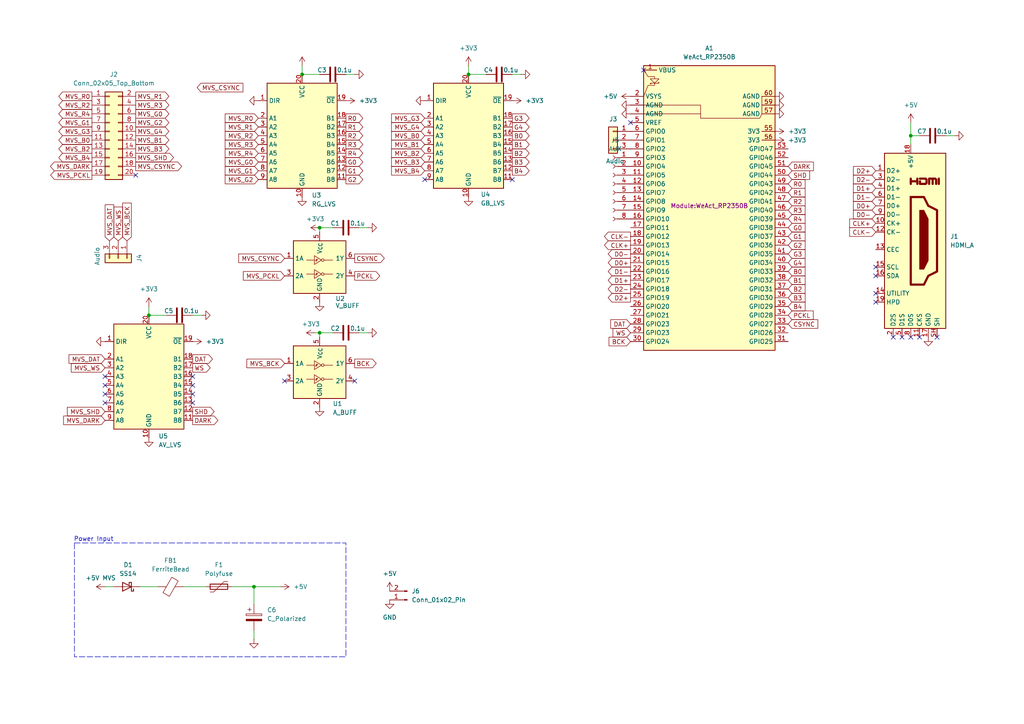
<source format=kicad_sch>
(kicad_sch (version 20250114) (generator "eeschema") (generator_version "9.0")
  (paper "A4")
  (title_block (title "NeoPico HD") (date "2025-12-31") (rev "0.0.1") (company "https://www.github.com/fliperama86/neopico-hd"))
  (lib_symbols
    (symbol "+5V_1" (power) (pin_numbers (hide yes)) (pin_names (offset 0) (hide yes))
      (property "Value" "+5V" (at 0 3.556 0))
      (symbol "+5V_1_1_1"
        (pin power_in line (at 0 0 90) (length 0) (name "~") (number "1"))
      )
    )
    (symbol "74xGxx:SN74LVC2G14DBV"
      (property "Reference" "U" (at 2.54 12.7 0))
      (property "Value" "SN74LVC2G14DBV" (at 2.54 10.16 0))
      (symbol "SN74LVC2G14DBV_1_1"
        (pin input line (at -10.16 2.54 0) (length 2.54) (name "1A") (number "1"))
        (pin input line (at -10.16 -2.54 0) (length 2.54) (name "2A") (number "3"))
        (pin power_in line (at 0 10.16 270) (length 2.54) (name "V_{CC}") (number "5"))
        (pin power_in line (at 0 -10.16 90) (length 2.54) (name "GND") (number "2"))
        (pin output line (at 10.16 2.54 180) (length 2.54) (name "1Y") (number "6"))
        (pin output line (at 10.16 -2.54 180) (length 2.54) (name "2Y") (number "4"))
      )
    )
    (symbol "Connector:Conn_01x02_Pin" (pin_names (offset 1.016) (hide yes))
      (property "Reference" "J" (at 0 2.54 0))
      (property "Value" "Conn_01x02_Pin" (at 0 -5.08 0))
      (symbol "Conn_01x02_Pin_1_1"
        (pin passive line (at 5.08 0 180) (length 3.81) (name "Pin_1") (number "1"))
        (pin passive line (at 5.08 -2.54 180) (length 3.81) (name "Pin_2") (number "2"))
      )
    )
    (symbol "Connector:Conn_01x08_Socket" (pin_names (offset 1.016) (hide yes))
      (property "Reference" "J" (at 0 10.16 0))
      (property "Value" "Conn_01x08_Socket" (at 0 -12.7 0))
      (symbol "Conn_01x08_Socket_1_1"
        (pin passive line (at -5.08 7.62 0) (length 3.81) (name "Pin_1") (number "1"))
        (pin passive line (at -5.08 5.08 0) (length 3.81) (name "Pin_2") (number "2"))
        (pin passive line (at -5.08 2.54 0) (length 3.81) (name "Pin_3") (number "3"))
        (pin passive line (at -5.08 0 0) (length 3.81) (name "Pin_4") (number "4"))
        (pin passive line (at -5.08 -2.54 0) (length 3.81) (name "Pin_5") (number "5"))
        (pin passive line (at -5.08 -5.08 0) (length 3.81) (name "Pin_6") (number "6"))
        (pin passive line (at -5.08 -7.62 0) (length 3.81) (name "Pin_7") (number "7"))
        (pin passive line (at -5.08 -10.16 0) (length 3.81) (name "Pin_8") (number "8"))
      )
    )
    (symbol "Connector:HDMI_A"
      (property "Reference" "J" (at -6.35 26.67 0))
      (property "Value" "HDMI_A" (at 10.16 26.67 0))
      (symbol "HDMI_A_1_1"
        (pin passive line (at -10.16 20.32 0) (length 2.54) (name "D2+") (number "1"))
        (pin passive line (at -10.16 17.78 0) (length 2.54) (name "D2-") (number "3"))
        (pin passive line (at -10.16 15.24 0) (length 2.54) (name "D1+") (number "4"))
        (pin passive line (at -10.16 12.7 0) (length 2.54) (name "D1-") (number "6"))
        (pin passive line (at -10.16 10.16 0) (length 2.54) (name "D0+") (number "7"))
        (pin passive line (at -10.16 7.62 0) (length 2.54) (name "D0-") (number "9"))
        (pin passive line (at -10.16 5.08 0) (length 2.54) (name "CK+") (number "10"))
        (pin passive line (at -10.16 2.54 0) (length 2.54) (name "CK-") (number "12"))
        (pin bidirectional line (at -10.16 -2.54 0) (length 2.54) (name "CEC") (number "13"))
        (pin passive line (at -10.16 -7.62 0) (length 2.54) (name "SCL") (number "15"))
        (pin bidirectional line (at -10.16 -10.16 0) (length 2.54) (name "SDA") (number "16"))
        (pin passive line (at -10.16 -15.24 0) (length 2.54) (name "UTILITY") (number "14"))
        (pin passive line (at -10.16 -17.78 0) (length 2.54) (name "HPD") (number "19"))
        (pin power_in line (at -5.08 -27.94 90) (length 2.54) (name "D2S") (number "2"))
        (pin power_in line (at -2.54 -27.94 90) (length 2.54) (name "D1S") (number "5"))
        (pin power_in line (at 0 27.94 270) (length 2.54) (name "+5V") (number "18"))
        (pin power_in line (at 0 -27.94 90) (length 2.54) (name "D0S") (number "8"))
        (pin power_in line (at 2.54 -27.94 90) (length 2.54) (name "CKS") (number "11"))
        (pin power_in line (at 5.08 -27.94 90) (length 2.54) (name "GND") (number "17"))
        (pin passive line (at 7.62 -27.94 90) (length 2.54) (name "SH") (number "SH"))
      )
    )
    (symbol "Connector_Generic:Conn_01x03" (pin_names (offset 1.016) (hide yes))
      (property "Reference" "J" (at 0 5.08 0))
      (property "Value" "Conn_01x03" (at 0 -5.08 0))
      (symbol "Conn_01x03_1_1"
        (pin passive line (at -5.08 2.54 0) (length 3.81) (name "Pin_1") (number "1"))
        (pin passive line (at -5.08 0 0) (length 3.81) (name "Pin_2") (number "2"))
        (pin passive line (at -5.08 -2.54 0) (length 3.81) (name "Pin_3") (number "3"))
      )
    )
    (symbol "Connector_Generic:Conn_02x10_Odd_Even" (pin_names (offset 1.016) (hide yes))
      (property "Reference" "J" (at 1.27 12.7 0))
      (property "Value" "Conn_02x10_Odd_Even" (at 1.27 -15.24 0))
      (symbol "Conn_02x10_Odd_Even_1_1"
        (pin passive line (at -5.08 10.16 0) (length 3.81) (name "Pin_1") (number "1"))
        (pin passive line (at -5.08 7.62 0) (length 3.81) (name "Pin_3") (number "3"))
        (pin passive line (at -5.08 5.08 0) (length 3.81) (name "Pin_5") (number "5"))
        (pin passive line (at -5.08 2.54 0) (length 3.81) (name "Pin_7") (number "7"))
        (pin passive line (at -5.08 0 0) (length 3.81) (name "Pin_9") (number "9"))
        (pin passive line (at -5.08 -2.54 0) (length 3.81) (name "Pin_11") (number "11"))
        (pin passive line (at -5.08 -5.08 0) (length 3.81) (name "Pin_13") (number "13"))
        (pin passive line (at -5.08 -7.62 0) (length 3.81) (name "Pin_15") (number "15"))
        (pin passive line (at -5.08 -10.16 0) (length 3.81) (name "Pin_17") (number "17"))
        (pin passive line (at -5.08 -12.7 0) (length 3.81) (name "Pin_19") (number "19"))
        (pin passive line (at 7.62 10.16 180) (length 3.81) (name "Pin_2") (number "2"))
        (pin passive line (at 7.62 7.62 180) (length 3.81) (name "Pin_4") (number "4"))
        (pin passive line (at 7.62 5.08 180) (length 3.81) (name "Pin_6") (number "6"))
        (pin passive line (at 7.62 2.54 180) (length 3.81) (name "Pin_8") (number "8"))
        (pin passive line (at 7.62 0 180) (length 3.81) (name "Pin_10") (number "10"))
        (pin passive line (at 7.62 -2.54 180) (length 3.81) (name "Pin_12") (number "12"))
        (pin passive line (at 7.62 -5.08 180) (length 3.81) (name "Pin_14") (number "14"))
        (pin passive line (at 7.62 -7.62 180) (length 3.81) (name "Pin_16") (number "16"))
        (pin passive line (at 7.62 -10.16 180) (length 3.81) (name "Pin_18") (number "18"))
        (pin passive line (at 7.62 -12.7 180) (length 3.81) (name "Pin_20") (number "20"))
      )
    )
    (symbol "Device:C" (pin_numbers (hide yes)) (pin_names (offset 0.254))
      (property "Reference" "C" (at 0.635 2.54 0))
      (property "Value" "C" (at 0.635 -2.54 0))
      (symbol "C_1_1"
        (pin passive line (at 0 3.81 270) (length 2.794) (name "~") (number "1"))
        (pin passive line (at 0 -3.81 90) (length 2.794) (name "~") (number "2"))
      )
    )
    (symbol "Device:C_Polarized" (pin_numbers (hide yes)) (pin_names (offset 0.254))
      (property "Reference" "C" (at 0.635 2.54 0))
      (property "Value" "C_Polarized" (at 0.635 -2.54 0))
      (symbol "C_Polarized_1_1"
        (pin passive line (at 0 3.81 270) (length 2.794) (name "~") (number "1"))
        (pin passive line (at 0 -3.81 90) (length 2.794) (name "~") (number "2"))
      )
    )
    (symbol "Device:FerriteBead" (pin_numbers (hide yes)) (pin_names (offset 0))
      (property "Reference" "FB" (at -3.81 0.635 90))
      (property "Value" "FerriteBead" (at 3.81 0 90))
      (symbol "FerriteBead_1_1"
        (pin passive line (at 0 3.81 270) (length 2.54) (name "~") (number "1"))
        (pin passive line (at 0 -3.81 90) (length 2.54) (name "~") (number "2"))
      )
    )
    (symbol "Device:Polyfuse" (pin_numbers (hide yes)) (pin_names (offset 0))
      (property "Reference" "F" (at -2.54 0 90))
      (property "Value" "Polyfuse" (at 2.54 0 90))
      (symbol "Polyfuse_1_1"
        (pin passive line (at 0 3.81 270) (length 1.27) (name "~") (number "1"))
        (pin passive line (at 0 -3.81 90) (length 1.27) (name "~") (number "2"))
      )
    )
    (symbol "Diode:SS14" (pin_numbers (hide yes)) (pin_names (offset 1.016) (hide yes))
      (property "Reference" "D" (at 0 2.54 0))
      (property "Value" "SS14" (at 0 -2.54 0))
      (symbol "SS14_1_1"
        (pin passive line (at -3.81 0 0) (length 2.54) (name "K") (number "1"))
        (pin passive line (at 3.81 0 180) (length 2.54) (name "A") (number "2"))
      )
    )
    (symbol "Dudu:WeAct_RP2350B"
      (property "Reference" "A" (at -18.796 42.164 0))
      (property "Value" "WeAct_RP2350B" (at 19.05 42.164 0))
      (symbol "WeAct_RP2350B_1_1"
        (pin power_in line (at -22.86 31.75 0) (length 3.81) (name "VSYS") (number "2"))
        (pin power_out line (at -22.86 29.21 0) (length 3.81) (name "AGND") (number "3"))
        (pin power_out line (at -22.86 26.67 0) (length 3.81) (name "AGND") (number "4"))
        (pin power_in line (at -22.86 24.13 0) (length 3.81) (name "VREF") (number "5"))
        (pin bidirectional line (at -22.86 21.59 0) (length 3.81) (name "GPIO0") (number "6"))
        (pin bidirectional line (at -22.86 19.05 0) (length 3.81) (name "GPIO1") (number "7"))
        (pin bidirectional line (at -22.86 16.51 0) (length 3.81) (name "GPIO2") (number "8"))
        (pin bidirectional line (at -22.86 13.97 0) (length 3.81) (name "GPIO3") (number "9"))
        (pin bidirectional line (at -22.86 11.43 0) (length 3.81) (name "GPIO4") (number "10"))
        (pin bidirectional line (at -22.86 8.89 0) (length 3.81) (name "GPIO5") (number "11"))
        (pin bidirectional line (at -22.86 6.35 0) (length 3.81) (name "GPIO6") (number "12"))
        (pin bidirectional line (at -22.86 3.81 0) (length 3.81) (name "GPIO7") (number "13"))
        (pin bidirectional line (at -22.86 1.27 0) (length 3.81) (name "GPIO8") (number "14"))
        (pin bidirectional line (at -22.86 -1.27 0) (length 3.81) (name "GPIO9") (number "15"))
        (pin bidirectional line (at -22.86 -3.81 0) (length 3.81) (name "GPIO10") (number "16"))
        (pin bidirectional line (at -22.86 -6.35 0) (length 3.81) (name "GPIO11") (number "17"))
        (pin bidirectional line (at -22.86 -8.89 0) (length 3.81) (name "GPIO12") (number "18"))
        (pin bidirectional line (at -22.86 -11.43 0) (length 3.81) (name "GPIO13") (number "19"))
        (pin bidirectional line (at -22.86 -13.97 0) (length 3.81) (name "GPIO14") (number "20"))
        (pin bidirectional line (at -22.86 -16.51 0) (length 3.81) (name "GPIO15") (number "21"))
        (pin bidirectional line (at -22.86 -19.05 0) (length 3.81) (name "GPIO16") (number "22"))
        (pin bidirectional line (at -22.86 -21.59 0) (length 3.81) (name "GPIO17") (number "23"))
        (pin bidirectional line (at -22.86 -24.13 0) (length 3.81) (name "GPIO18") (number "24"))
        (pin bidirectional line (at -22.86 -26.67 0) (length 3.81) (name "GPIO19") (number "25"))
        (pin bidirectional line (at -22.86 -29.21 0) (length 3.81) (name "GPIO20") (number "26"))
        (pin bidirectional line (at -22.86 -31.75 0) (length 3.81) (name "GPIO21") (number "27"))
        (pin bidirectional line (at -22.86 -34.29 0) (length 3.81) (name "GPIO23") (number "28"))
        (pin bidirectional line (at -22.86 -36.83 0) (length 3.81) (name "GPIO23") (number "29"))
        (pin bidirectional line (at -22.86 -39.37 0) (length 3.81) (name "GPIO24") (number "30"))
        (pin power_out line (at -19.05 39.37 0) (length 3.81) (name "VBUS") (number "1"))
        (pin power_out line (at 19.05 31.75 180) (length 3.81) (name "AGND") (number "60"))
        (pin power_out line (at 19.05 29.21 180) (length 3.81) (name "AGND") (number "59"))
        (pin power_out line (at 19.05 26.67 180) (length 3.81) (name "AGND") (number "57"))
        (pin power_out line (at 19.05 21.59 180) (length 3.81) (name "3V3") (number "55"))
        (pin power_out line (at 19.05 19.05 180) (length 3.81) (name "3V3") (number "56"))
        (pin bidirectional line (at 22.86 16.51 180) (length 3.81) (name "GPIO47") (number "53"))
        (pin bidirectional line (at 22.86 13.97 180) (length 3.81) (name "GPIO46") (number "52"))
        (pin bidirectional line (at 22.86 11.43 180) (length 3.81) (name "GPIO45") (number "51"))
        (pin bidirectional line (at 22.86 8.89 180) (length 3.81) (name "GPIO44") (number "50"))
        (pin bidirectional line (at 22.86 6.35 180) (length 3.81) (name "GPIO43") (number "49"))
        (pin bidirectional line (at 22.86 3.81 180) (length 3.81) (name "GPIO42") (number "48"))
        (pin bidirectional line (at 22.86 1.27 180) (length 3.81) (name "GPIO41") (number "47"))
        (pin bidirectional line (at 22.86 -1.27 180) (length 3.81) (name "GPIO40") (number "46"))
        (pin bidirectional line (at 22.86 -3.81 180) (length 3.81) (name "GPIO39") (number "45"))
        (pin bidirectional line (at 22.86 -6.35 180) (length 3.81) (name "GPIO38") (number "44"))
        (pin bidirectional line (at 22.86 -8.89 180) (length 3.81) (name "GPIO37") (number "43"))
        (pin bidirectional line (at 22.86 -11.43 180) (length 3.81) (name "GPIO36") (number "42"))
        (pin bidirectional line (at 22.86 -13.97 180) (length 3.81) (name "GPIO35") (number "41"))
        (pin bidirectional line (at 22.86 -16.51 180) (length 3.81) (name "GPIO34") (number "40"))
        (pin bidirectional line (at 22.86 -19.05 180) (length 3.81) (name "GPIO33") (number "39"))
        (pin bidirectional line (at 22.86 -21.59 180) (length 3.81) (name "GPIO32") (number "38"))
        (pin bidirectional line (at 22.86 -24.13 180) (length 3.81) (name "GPIO31") (number "37"))
        (pin bidirectional line (at 22.86 -26.67 180) (length 3.81) (name "GPIO30") (number "36"))
        (pin bidirectional line (at 22.86 -29.21 180) (length 3.81) (name "GPIO29") (number "35"))
        (pin bidirectional line (at 22.86 -31.75 180) (length 3.81) (name "GPIO28") (number "34"))
        (pin bidirectional line (at 22.86 -34.29 180) (length 3.81) (name "GPIO27") (number "33"))
        (pin bidirectional line (at 22.86 -36.83 180) (length 3.81) (name "GPIO26") (number "32"))
        (pin bidirectional line (at 22.86 -39.37 180) (length 3.81) (name "GPIO25") (number "31"))
      )
    )
    (symbol "Logic_LevelTranslator:SN74LVC245APW"
      (property "Reference" "U" (at -10.16 17.78 0))
      (property "Value" "SN74LVC245APW" (at 10.16 17.78 0))
      (symbol "SN74LVC245APW_1_1"
        (pin input line (at -12.7 10.16 0) (length 2.54) (name "DIR") (number "1"))
        (pin bidirectional line (at -12.7 5.08 0) (length 2.54) (name "A1") (number "2"))
        (pin bidirectional line (at -12.7 2.54 0) (length 2.54) (name "A2") (number "3"))
        (pin bidirectional line (at -12.7 0 0) (length 2.54) (name "A3") (number "4"))
        (pin bidirectional line (at -12.7 -2.54 0) (length 2.54) (name "A4") (number "5"))
        (pin bidirectional line (at -12.7 -5.08 0) (length 2.54) (name "A5") (number "6"))
        (pin bidirectional line (at -12.7 -7.62 0) (length 2.54) (name "A6") (number "7"))
        (pin bidirectional line (at -12.7 -10.16 0) (length 2.54) (name "A7") (number "8"))
        (pin bidirectional line (at -12.7 -12.7 0) (length 2.54) (name "A8") (number "9"))
        (pin power_in line (at 0 17.78 270) (length 2.54) (name "VCC") (number "20"))
        (pin power_in line (at 0 -17.78 90) (length 2.54) (name "GND") (number "10"))
        (pin input line (at 12.7 10.16 180) (length 2.54) (name "~{OE}") (number "19"))
        (pin bidirectional line (at 12.7 5.08 180) (length 2.54) (name "B1") (number "18"))
        (pin bidirectional line (at 12.7 2.54 180) (length 2.54) (name "B2") (number "17"))
        (pin bidirectional line (at 12.7 0 180) (length 2.54) (name "B3") (number "16"))
        (pin bidirectional line (at 12.7 -2.54 180) (length 2.54) (name "B4") (number "15"))
        (pin bidirectional line (at 12.7 -5.08 180) (length 2.54) (name "B5") (number "14"))
        (pin bidirectional line (at 12.7 -7.62 180) (length 2.54) (name "B6") (number "13"))
        (pin bidirectional line (at 12.7 -10.16 180) (length 2.54) (name "B7") (number "12"))
        (pin bidirectional line (at 12.7 -12.7 180) (length 2.54) (name "B8") (number "11"))
      )
    )
    (symbol "power:+3V3" (power) (pin_numbers (hide yes)) (pin_names (offset 0) (hide yes))
      (property "Value" "+3V3" (at 0 3.556 0))
      (symbol "+3V3_1_1"
        (pin power_in line (at 0 0 90) (length 0) (name "~") (number "1"))
      )
    )
    (symbol "power:+5V" (power) (pin_numbers (hide yes)) (pin_names (offset 0) (hide yes))
      (property "Value" "+5V" (at 0 3.556 0))
      (symbol "+5V_1_1"
        (pin power_in line (at 0 0 90) (length 0) (name "~") (number "1"))
      )
    )
    (symbol "power:GND" (power) (pin_numbers (hide yes)) (pin_names (offset 0) (hide yes))
      (property "Value" "GND" (at 0 -3.81 0))
      (symbol "GND_1_1"
        (pin power_in line (at 0 0 270) (length 0) (name "~") (number "1"))
      )
    )
  )
  (rectangle (start 21.59 157.48) (end 100.33 190.5) (stroke (width 0) (type dash)))
  (text "Power Input" (at 27.178 156.464 0) (effects (font (size 1.27 1.27))))
  (junction (at 73.66 170.18))
  (junction (at 87.63 21.59))
  (junction (at 135.89 21.59))
  (junction (at 264.16 39.37))
  (junction (at 92.71 66.04))
  (junction (at 43.18 91.44))
  (junction (at 92.71 96.52))
  (no_connect (at 259.08 97.79))
  (no_connect (at 30.48 116.84))
  (no_connect (at 254 77.47))
  (no_connect (at 55.88 114.3))
  (no_connect (at 55.88 111.76))
  (no_connect (at 271.78 97.79))
  (no_connect (at 254 80.01))
  (no_connect (at 102.87 110.49))
  (no_connect (at 55.88 109.22))
  (no_connect (at 30.48 109.22))
  (no_connect (at 55.88 116.84))
  (no_connect (at 30.48 114.3))
  (no_connect (at 261.62 97.79))
  (no_connect (at 186.69 20.32))
  (no_connect (at 39.37 50.8))
  (no_connect (at 148.59 52.07))
  (no_connect (at 123.19 52.07))
  (no_connect (at 82.55 110.49))
  (no_connect (at 30.48 111.76))
  (no_connect (at 254 87.63))
  (no_connect (at 266.7 97.79))
  (no_connect (at 264.16 97.79))
  (no_connect (at 254 85.09))
  (no_connect (at 182.88 35.56))
  (wire (pts (xy 67.31 170.18) (xy 73.66 170.18)))
  (wire (pts (xy 96.52 66.04) (xy 92.71 66.04)))
  (wire (pts (xy 73.66 175.26) (xy 73.66 170.18)))
  (wire (pts (xy 106.68 66.04) (xy 104.14 66.04)))
  (wire (pts (xy 87.63 19.05) (xy 87.63 21.59)))
  (wire (pts (xy 91.44 96.52) (xy 92.71 96.52)))
  (wire (pts (xy 106.68 96.52) (xy 104.14 96.52)))
  (wire (pts (xy 43.18 91.44) (xy 43.18 92.71)))
  (wire (pts (xy 96.52 96.52) (xy 92.71 96.52)))
  (wire (pts (xy 140.97 21.59) (xy 135.89 21.59)))
  (wire (pts (xy 135.89 19.05) (xy 135.89 21.59)))
  (wire (pts (xy 266.7 39.37) (xy 264.16 39.37)))
  (wire (pts (xy 135.89 21.59) (xy 135.89 22.86)))
  (wire (pts (xy 264.16 35.56) (xy 264.16 39.37)))
  (wire (pts (xy 73.66 185.42) (xy 73.66 182.88)))
  (wire (pts (xy 40.64 170.18) (xy 45.72 170.18)))
  (wire (pts (xy 58.42 91.44) (xy 55.88 91.44)))
  (wire (pts (xy 30.48 170.18) (xy 33.02 170.18)))
  (wire (pts (xy 264.16 39.37) (xy 264.16 41.91)))
  (wire (pts (xy 53.34 170.18) (xy 59.69 170.18)))
  (wire (pts (xy 73.66 170.18) (xy 81.28 170.18)))
  (wire (pts (xy 43.18 88.9) (xy 43.18 91.44)))
  (wire (pts (xy 92.71 21.59) (xy 87.63 21.59)))
  (wire (pts (xy 87.63 21.59) (xy 87.63 22.86)))
  (wire (pts (xy 276.86 39.37) (xy 274.32 39.37)))
  (wire (pts (xy 92.71 96.52) (xy 92.71 97.79)))
  (wire (pts (xy 92.71 66.04) (xy 92.71 67.31)))
  (wire (pts (xy 151.13 21.59) (xy 148.59 21.59)))
  (wire (pts (xy 48.26 91.44) (xy 43.18 91.44)))
  (wire (pts (xy 102.87 21.59) (xy 100.33 21.59)))
  (global_label "B4" (shape input) (at 228.6 88.9 0) (property "Intersheetrefs" "${INTERSHEET_REFS}" (effects (hide yes))))
  (global_label "G1" (shape output) (at 100.33 49.53 0) (property "Intersheetrefs" "${INTERSHEET_REFS}" (effects (hide yes))))
  (global_label "B2" (shape output) (at 148.59 44.45 0) (property "Intersheetrefs" "${INTERSHEET_REFS}" (effects (hide yes))))
  (global_label "D1+" (shape input) (at 254 54.61 180) (property "Intersheetrefs" "${INTERSHEET_REFS}" (effects (hide yes))) (property "Netclass" "HDMI" (effects (hide yes))))
  (global_label "G4" (shape output) (at 148.59 36.83 0) (property "Intersheetrefs" "${INTERSHEET_REFS}" (effects (hide yes))))
  (global_label "MVS_G0" (shape output) (at 39.37 33.02 0) (property "Intersheetrefs" "${INTERSHEET_REFS}" (effects (hide yes))))
  (global_label "R4" (shape input) (at 228.6 63.5 0) (property "Intersheetrefs" "${INTERSHEET_REFS}" (effects (hide yes))))
  (global_label "R0" (shape output) (at 100.33 34.29 0) (property "Intersheetrefs" "${INTERSHEET_REFS}" (effects (hide yes))))
  (global_label "MVS_R4" (shape input) (at 74.93 44.45 180) (property "Intersheetrefs" "${INTERSHEET_REFS}" (effects (hide yes))))
  (global_label "MVS_R1" (shape input) (at 74.93 36.83 180) (property "Intersheetrefs" "${INTERSHEET_REFS}" (effects (hide yes))))
  (global_label "MVS_B0" (shape output) (at 26.67 40.64 180) (property "Intersheetrefs" "${INTERSHEET_REFS}" (effects (hide yes))))
  (global_label "MVS_PCKL" (shape input) (at 82.55 80.01 180) (property "Intersheetrefs" "${INTERSHEET_REFS}" (effects (hide yes))) (property "Frequency" "2.66mHz" (effects (hide yes))))
  (global_label "B3" (shape output) (at 148.59 46.99 0) (property "Intersheetrefs" "${INTERSHEET_REFS}" (effects (hide yes))))
  (global_label "MVS_G1" (shape output) (at 26.67 35.56 180) (property "Intersheetrefs" "${INTERSHEET_REFS}" (effects (hide yes))))
  (global_label "MVS_B1" (shape input) (at 123.19 41.91 180) (property "Intersheetrefs" "${INTERSHEET_REFS}" (effects (hide yes))))
  (global_label "MVS_R1" (shape output) (at 39.37 27.94 0) (property "Intersheetrefs" "${INTERSHEET_REFS}" (effects (hide yes))))
  (global_label "DARK" (shape output) (at 55.88 121.92 0) (property "Intersheetrefs" "${INTERSHEET_REFS}" (effects (hide yes))) (property "Frequency" "2.66mHz" (effects (hide yes))))
  (global_label "CLK+" (shape input) (at 254 64.77 180) (property "Intersheetrefs" "${INTERSHEET_REFS}" (effects (hide yes))) (property "Netclass" "HDMI" (effects (hide yes))))
  (global_label "MVS_B3" (shape output) (at 39.37 43.18 0) (property "Intersheetrefs" "${INTERSHEET_REFS}" (effects (hide yes))))
  (global_label "MVS_WS" (shape input) (at 30.48 106.68 180) (property "Intersheetrefs" "${INTERSHEET_REFS}" (effects (hide yes))))
  (global_label "MVS_G1" (shape input) (at 74.93 49.53 180) (property "Intersheetrefs" "${INTERSHEET_REFS}" (effects (hide yes))))
  (global_label "MVS_PCKL" (shape output) (at 26.67 50.8 180) (property "Intersheetrefs" "${INTERSHEET_REFS}" (effects (hide yes))) (property "Frequency" "2.66mHz" (effects (hide yes))))
  (global_label "MVS_WS" (shape input) (at 34.29 69.85 90) (property "Intersheetrefs" "${INTERSHEET_REFS}" (effects (hide yes))))
  (global_label "G1" (shape input) (at 228.6 68.58 0) (property "Intersheetrefs" "${INTERSHEET_REFS}" (effects (hide yes))))
  (global_label "PCKL" (shape output) (at 102.87 80.01 0) (property "Intersheetrefs" "${INTERSHEET_REFS}" (effects (hide yes))) (property "Frequency" "2.66mHz" (effects (hide yes))))
  (global_label "R4" (shape output) (at 100.33 44.45 0) (property "Intersheetrefs" "${INTERSHEET_REFS}" (effects (hide yes))))
  (global_label "G4" (shape input) (at 228.6 76.2 0) (property "Intersheetrefs" "${INTERSHEET_REFS}" (effects (hide yes))))
  (global_label "D0-" (shape output) (at 182.88 73.66 180) (property "Intersheetrefs" "${INTERSHEET_REFS}" (effects (hide yes))) (property "Netclass" "HDMI" (effects (hide yes))))
  (global_label "MVS_R2" (shape input) (at 74.93 39.37 180) (property "Intersheetrefs" "${INTERSHEET_REFS}" (effects (hide yes))))
  (global_label "R1" (shape output) (at 100.33 36.83 0) (property "Intersheetrefs" "${INTERSHEET_REFS}" (effects (hide yes))))
  (global_label "MVS_B4" (shape input) (at 123.19 49.53 180) (property "Intersheetrefs" "${INTERSHEET_REFS}" (effects (hide yes))))
  (global_label "D2+" (shape input) (at 254 49.53 180) (property "Intersheetrefs" "${INTERSHEET_REFS}" (effects (hide yes))) (property "Netclass" "HDMI" (effects (hide yes))))
  (global_label "MVS_B2" (shape output) (at 26.67 43.18 180) (property "Intersheetrefs" "${INTERSHEET_REFS}" (effects (hide yes))))
  (global_label "MVS_R0" (shape input) (at 74.93 34.29 180) (property "Intersheetrefs" "${INTERSHEET_REFS}" (effects (hide yes))))
  (global_label "D2-" (shape output) (at 182.88 83.82 180) (property "Intersheetrefs" "${INTERSHEET_REFS}" (effects (hide yes))) (property "Netclass" "HDMI" (effects (hide yes))))
  (global_label "SHD" (shape output) (at 55.88 119.38 0) (property "Intersheetrefs" "${INTERSHEET_REFS}" (effects (hide yes))) (property "Frequency" "55.5mHz" (effects (hide yes))))
  (global_label "MVS_R4" (shape output) (at 26.67 33.02 180) (property "Intersheetrefs" "${INTERSHEET_REFS}" (effects (hide yes))))
  (global_label "MVS_R2" (shape output) (at 26.67 30.48 180) (property "Intersheetrefs" "${INTERSHEET_REFS}" (effects (hide yes))))
  (global_label "MVS_G2" (shape output) (at 39.37 35.56 0) (property "Intersheetrefs" "${INTERSHEET_REFS}" (effects (hide yes))))
  (global_label "CLK-" (shape input) (at 254 67.31 180) (property "Intersheetrefs" "${INTERSHEET_REFS}" (effects (hide yes))) (property "Netclass" "HDMI" (effects (hide yes))))
  (global_label "MVS_DARK" (shape output) (at 26.67 48.26 180) (property "Intersheetrefs" "${INTERSHEET_REFS}" (effects (hide yes))) (property "Frequency" "2.66mHz" (effects (hide yes))))
  (global_label "MVS_B4" (shape output) (at 26.67 45.72 180) (property "Intersheetrefs" "${INTERSHEET_REFS}" (effects (hide yes))))
  (global_label "CLK-" (shape output) (at 182.88 68.58 180) (property "Intersheetrefs" "${INTERSHEET_REFS}" (effects (hide yes))) (property "Netclass" "HDMI" (effects (hide yes))))
  (global_label "R3" (shape input) (at 228.6 60.96 0) (property "Intersheetrefs" "${INTERSHEET_REFS}" (effects (hide yes))))
  (global_label "R3" (shape output) (at 100.33 41.91 0) (property "Intersheetrefs" "${INTERSHEET_REFS}" (effects (hide yes))))
  (global_label "R2" (shape input) (at 228.6 58.42 0) (property "Intersheetrefs" "${INTERSHEET_REFS}" (effects (hide yes))))
  (global_label "WS" (shape input) (at 182.88 96.52 180) (property "Intersheetrefs" "${INTERSHEET_REFS}" (effects (hide yes))))
  (global_label "MVS_CSYNC" (shape input) (at 82.55 74.93 180) (property "Intersheetrefs" "${INTERSHEET_REFS}" (effects (hide yes))) (property "Frequency" "55.5mHz" (effects (hide yes))))
  (global_label "MVS_R0" (shape output) (at 26.67 27.94 180) (property "Intersheetrefs" "${INTERSHEET_REFS}" (effects (hide yes))))
  (global_label "CSYNC" (shape input) (at 228.6 93.98 0) (property "Intersheetrefs" "${INTERSHEET_REFS}" (effects (hide yes))))
  (global_label "MVS_R3" (shape input) (at 74.93 41.91 180) (property "Intersheetrefs" "${INTERSHEET_REFS}" (effects (hide yes))))
  (global_label "D2+" (shape output) (at 182.88 86.36 180) (property "Intersheetrefs" "${INTERSHEET_REFS}" (effects (hide yes))) (property "Netclass" "HDMI" (effects (hide yes))))
  (global_label "MVS_DARK" (shape input) (at 30.48 121.92 180) (property "Intersheetrefs" "${INTERSHEET_REFS}" (effects (hide yes))) (property "Frequency" "2.66mHz" (effects (hide yes))))
  (global_label "G3" (shape output) (at 148.59 34.29 0) (property "Intersheetrefs" "${INTERSHEET_REFS}" (effects (hide yes))))
  (global_label "BCK" (shape input) (at 182.88 99.06 180) (property "Intersheetrefs" "${INTERSHEET_REFS}" (effects (hide yes))))
  (global_label "CLK+" (shape output) (at 182.88 71.12 180) (property "Intersheetrefs" "${INTERSHEET_REFS}" (effects (hide yes))) (property "Netclass" "HDMI" (effects (hide yes))))
  (global_label "G0" (shape output) (at 100.33 46.99 0) (property "Intersheetrefs" "${INTERSHEET_REFS}" (effects (hide yes))))
  (global_label "MVS_DAT" (shape input) (at 30.48 104.14 180) (property "Intersheetrefs" "${INTERSHEET_REFS}" (effects (hide yes))))
  (global_label "D0+" (shape output) (at 182.88 76.2 180) (property "Intersheetrefs" "${INTERSHEET_REFS}" (effects (hide yes))) (property "Netclass" "HDMI" (effects (hide yes))))
  (global_label "G0" (shape input) (at 228.6 66.04 0) (property "Intersheetrefs" "${INTERSHEET_REFS}" (effects (hide yes))))
  (global_label "D1+" (shape output) (at 182.88 81.28 180) (property "Intersheetrefs" "${INTERSHEET_REFS}" (effects (hide yes))) (property "Netclass" "HDMI" (effects (hide yes))))
  (global_label "B4" (shape output) (at 148.59 49.53 0) (property "Intersheetrefs" "${INTERSHEET_REFS}" (effects (hide yes))))
  (global_label "MVS_BCK" (shape input) (at 36.83 69.85 90) (property "Intersheetrefs" "${INTERSHEET_REFS}" (effects (hide yes))))
  (global_label "G2" (shape output) (at 100.33 52.07 0) (property "Intersheetrefs" "${INTERSHEET_REFS}" (effects (hide yes))))
  (global_label "B2" (shape input) (at 228.6 83.82 0) (property "Intersheetrefs" "${INTERSHEET_REFS}" (effects (hide yes))))
  (global_label "D0-" (shape input) (at 254 62.23 180) (property "Intersheetrefs" "${INTERSHEET_REFS}" (effects (hide yes))) (property "Netclass" "HDMI" (effects (hide yes))))
  (global_label "DARK" (shape input) (at 228.6 48.26 0) (property "Intersheetrefs" "${INTERSHEET_REFS}" (effects (hide yes))))
  (global_label "MVS_G4" (shape output) (at 39.37 38.1 0) (property "Intersheetrefs" "${INTERSHEET_REFS}" (effects (hide yes))))
  (global_label "R2" (shape output) (at 100.33 39.37 0) (property "Intersheetrefs" "${INTERSHEET_REFS}" (effects (hide yes))))
  (global_label "MVS_BCK" (shape input) (at 82.55 105.41 180) (property "Intersheetrefs" "${INTERSHEET_REFS}" (effects (hide yes))))
  (global_label "MVS_G2" (shape input) (at 74.93 52.07 180) (property "Intersheetrefs" "${INTERSHEET_REFS}" (effects (hide yes))))
  (global_label "G3" (shape input) (at 228.6 73.66 0) (property "Intersheetrefs" "${INTERSHEET_REFS}" (effects (hide yes))))
  (global_label "MVS_CSYNC" (shape output) (at 39.37 48.26 0) (property "Intersheetrefs" "${INTERSHEET_REFS}" (effects (hide yes))) (property "Frequency" "55.5mHz" (effects (hide yes))))
  (global_label "B0" (shape output) (at 148.59 39.37 0) (property "Intersheetrefs" "${INTERSHEET_REFS}" (effects (hide yes))))
  (global_label "B1" (shape output) (at 148.59 41.91 0) (property "Intersheetrefs" "${INTERSHEET_REFS}" (effects (hide yes))))
  (global_label "MVS_SHD" (shape output) (at 39.37 45.72 0) (property "Intersheetrefs" "${INTERSHEET_REFS}" (effects (hide yes))) (property "Frequency" "55.5mHz" (effects (hide yes))))
  (global_label "MVS_G3" (shape input) (at 123.19 34.29 180) (property "Intersheetrefs" "${INTERSHEET_REFS}" (effects (hide yes))))
  (global_label "DAT" (shape output) (at 55.88 104.14 0) (property "Intersheetrefs" "${INTERSHEET_REFS}" (effects (hide yes))))
  (global_label "R0" (shape input) (at 228.6 53.34 0) (property "Intersheetrefs" "${INTERSHEET_REFS}" (effects (hide yes))))
  (global_label "G2" (shape input) (at 228.6 71.12 0) (property "Intersheetrefs" "${INTERSHEET_REFS}" (effects (hide yes))))
  (global_label "B3" (shape input) (at 228.6 86.36 0) (property "Intersheetrefs" "${INTERSHEET_REFS}" (effects (hide yes))))
  (global_label "PCKL" (shape input) (at 228.6 91.44 0) (property "Intersheetrefs" "${INTERSHEET_REFS}" (effects (hide yes))))
  (global_label "B1" (shape input) (at 228.6 81.28 0) (property "Intersheetrefs" "${INTERSHEET_REFS}" (effects (hide yes))))
  (global_label "MVS_G3" (shape output) (at 26.67 38.1 180) (property "Intersheetrefs" "${INTERSHEET_REFS}" (effects (hide yes))))
  (global_label "D1-" (shape input) (at 254 57.15 180) (property "Intersheetrefs" "${INTERSHEET_REFS}" (effects (hide yes))) (property "Netclass" "HDMI" (effects (hide yes))))
  (global_label "CSYNC" (shape output) (at 102.87 74.93 0) (property "Intersheetrefs" "${INTERSHEET_REFS}" (effects (hide yes))) (property "Frequency" "55.5mHz" (effects (hide yes))))
  (global_label "D1-" (shape output) (at 182.88 78.74 180) (property "Intersheetrefs" "${INTERSHEET_REFS}" (effects (hide yes))) (property "Netclass" "HDMI" (effects (hide yes))))
  (global_label "B0" (shape input) (at 228.6 78.74 0) (property "Intersheetrefs" "${INTERSHEET_REFS}" (effects (hide yes))))
  (global_label "MVS_CSYNC" (shape input) (at 57.15 25.4 0) (property "Intersheetrefs" "${INTERSHEET_REFS}" (effects (hide yes))) (property "Frequency" "55.5mHz" (effects (hide yes))))
  (global_label "MVS_DAT" (shape input) (at 31.75 69.85 90) (property "Intersheetrefs" "${INTERSHEET_REFS}" (effects (hide yes))))
  (global_label "R1" (shape input) (at 228.6 55.88 0) (property "Intersheetrefs" "${INTERSHEET_REFS}" (effects (hide yes))))
  (global_label "MVS_B0" (shape input) (at 123.19 39.37 180) (property "Intersheetrefs" "${INTERSHEET_REFS}" (effects (hide yes))))
  (global_label "WS" (shape output) (at 55.88 106.68 0) (property "Intersheetrefs" "${INTERSHEET_REFS}" (effects (hide yes))))
  (global_label "MVS_SHD" (shape input) (at 30.48 119.38 180) (property "Intersheetrefs" "${INTERSHEET_REFS}" (effects (hide yes))) (property "Frequency" "55.5mHz" (effects (hide yes))))
  (global_label "DAT" (shape input) (at 182.88 93.98 180) (property "Intersheetrefs" "${INTERSHEET_REFS}" (effects (hide yes))))
  (global_label "D2-" (shape input) (at 254 52.07 180) (property "Intersheetrefs" "${INTERSHEET_REFS}" (effects (hide yes))) (property "Netclass" "HDMI" (effects (hide yes))))
  (global_label "MVS_B1" (shape output) (at 39.37 40.64 0) (property "Intersheetrefs" "${INTERSHEET_REFS}" (effects (hide yes))))
  (global_label "BCK" (shape output) (at 102.87 105.41 0) (property "Intersheetrefs" "${INTERSHEET_REFS}" (effects (hide yes))))
  (global_label "MVS_G4" (shape input) (at 123.19 36.83 180) (property "Intersheetrefs" "${INTERSHEET_REFS}" (effects (hide yes))))
  (global_label "D0+" (shape input) (at 254 59.69 180) (property "Intersheetrefs" "${INTERSHEET_REFS}" (effects (hide yes))) (property "Netclass" "HDMI" (effects (hide yes))))
  (global_label "SHD" (shape input) (at 228.6 50.8 0) (property "Intersheetrefs" "${INTERSHEET_REFS}" (effects (hide yes))))
  (global_label "MVS_G0" (shape input) (at 74.93 46.99 180) (property "Intersheetrefs" "${INTERSHEET_REFS}" (effects (hide yes))))
  (global_label "MVS_B2" (shape input) (at 123.19 44.45 180) (property "Intersheetrefs" "${INTERSHEET_REFS}" (effects (hide yes))))
  (global_label "MVS_B3" (shape input) (at 123.19 46.99 180) (property "Intersheetrefs" "${INTERSHEET_REFS}" (effects (hide yes))))
  (global_label "MVS_R3" (shape output) (at 39.37 30.48 0) (property "Intersheetrefs" "${INTERSHEET_REFS}" (effects (hide yes))))
  (symbol (lib_id "Device:C") (at 100.33 66.04 90) (unit 1)
    (property "Reference" "C1" (at 98.552 64.77 90) (effects (justify left)))
    (property "Value" "0.1u" (at 105.918 64.77 90) (effects (justify left)))
    (property "Footprint" "Capacitor_SMD:C_0805_2012Metric_Pad1.18x1.45mm_HandSolder" (effects (hide yes)))
  )
  (symbol (lib_id "power:GND") (at 106.68 66.04 90) (unit 1)
    (property "Reference" "#PWR053" (effects (hide yes)))
    (property "Value" "GND" (effects (hide yes)))
  )
  (symbol (lib_id "Connector_Generic:Conn_02x10_Odd_Even") (at 31.75 38.1 0) (unit 1)
    (property "Reference" "J2" (at 33.02 21.59 0))
    (property "Value" "Conn_02x05_Top_Bottom" (at 33.02 24.13 0))
    (property "Footprint" "Connector_IDC:IDC-Header_2x10_P2.54mm_Vertical" (effects (hide yes)))
    (property "Description" "Generic connector, double row, 02x10, odd/even pin numbering scheme (row 1 odd numbers, row 2 even numbers), script generated (kicad-library-utils/schlib/autogen/connector/)" (effects (hide yes)))
  )
  (symbol (lib_id "power:+5V") (at 182.88 27.94 90) (unit 1)
    (property "Reference" "#PWR015" (effects (hide yes)))
    (property "Value" "+5V" (at 179.07 27.9399 90) (effects (justify left)))
    (property "Description" "Power symbol creates a global label with name \"+5V\"" (effects (hide yes)))
  )
  (symbol (lib_id "power:GND") (at 92.71 118.11 0) (unit 1)
    (property "Reference" "#PWR024" (effects (hide yes)))
    (property "Value" "GND" (effects (hide yes)))
  )
  (symbol (lib_id "power:GND") (at 224.79 30.48 90) (unit 1)
    (property "Reference" "#PWR033" (effects (hide yes)))
    (property "Value" "GND" (effects (hide yes)))
  )
  (symbol (lib_name "+5V_1") (lib_id "power:+5V") (at 30.48 170.18 90) (unit 1)
    (property "Reference" "#PWR025" (effects (hide yes)))
    (property "Value" "+5V MVS" (at 29.21 167.64 90))
    (property "Description" "Power symbol creates a global label with name \"+5V\"" (effects (hide yes)))
  )
  (symbol (lib_id "power:GND") (at 92.71 87.63 0) (unit 1)
    (property "Reference" "#PWR018" (effects (hide yes)))
    (property "Value" "GND" (effects (hide yes)))
  )
  (symbol (lib_id "Device:C") (at 52.07 91.44 90) (unit 1)
    (property "Reference" "C5" (at 50.292 90.17 90) (effects (justify left)))
    (property "Value" "0.1u" (at 57.658 90.17 90) (effects (justify left)))
    (property "Footprint" "Capacitor_SMD:C_0805_2012Metric_Pad1.18x1.45mm_HandSolder" (effects (hide yes)))
  )
  (symbol (lib_id "Device:C_Polarized") (at 73.66 179.07 0) (unit 1)
    (property "Reference" "C6" (at 77.47 176.9109 0) (effects (justify left)))
    (property "Value" "C_Polarized" (at 77.47 179.4509 0) (effects (justify left)))
    (property "Footprint" "Capacitor_THT:CP_Radial_D5.0mm_P2.00mm" (effects (hide yes)))
    (property "Description" "Polarized capacitor" (effects (hide yes)))
  )
  (symbol (lib_id "74xGxx:SN74LVC2G14DBV") (at 92.71 77.47 0) (unit 1)
    (property "Reference" "U2" (at 97.282 86.614 0) (effects (justify left)))
    (property "Value" "V_BUFF" (at 97.282 88.646 0) (effects (justify left)))
    (property "Footprint" "Package_TO_SOT_SMD:SOT-23-6" (effects (hide yes)))
    (property "Datasheet" "https://www.ti.com/lit/ds/symlink/sn74lvc2g14.pdf" (effects (hide yes)))
    (property "Description" "Dual schmitt inverter, VCC from 1.65 to 5.5 V, SOT-23" (effects (hide yes)))
  )
  (symbol (lib_id "power:+3V3") (at 224.79 38.1 270) (unit 1)
    (property "Reference" "#PWR027" (effects (hide yes)))
    (property "Value" "+3V3" (at 228.6 38.0999 90) (effects (justify left)))
    (property "Description" "Power symbol creates a global label with name \"+3V3\"" (effects (hide yes)))
  )
  (symbol (lib_id "Device:C") (at 270.51 39.37 90) (unit 1)
    (property "Reference" "C7" (at 268.732 38.1 90) (effects (justify left)))
    (property "Value" "0.1u" (at 276.098 38.1 90) (effects (justify left)))
    (property "Footprint" "Capacitor_SMD:C_0805_2012Metric_Pad1.18x1.45mm_HandSolder" (effects (hide yes)))
  )
  (symbol (lib_id "power:+3V3") (at 92.71 66.04 90) (unit 1)
    (property "Reference" "#PWR019" (effects (hide yes)))
    (property "Value" "+3V3" (at 91.44 63.5 90))
    (property "Description" "Power symbol creates a global label with name \"+3V3\"" (effects (hide yes)))
  )
  (symbol (lib_id "power:GND") (at 30.48 99.06 270) (mirror x) (unit 1)
    (property "Reference" "#PWR010" (effects (hide yes)))
    (property "Value" "GND" (effects (hide yes)))
  )
  (symbol (lib_id "power:+3V3") (at 148.59 29.21 270) (unit 1)
    (property "Reference" "#PWR012" (effects (hide yes)))
    (property "Value" "+3V3" (at 152.4 29.2099 90) (effects (justify left)))
    (property "Description" "Power symbol creates a global label with name \"+3V3\"" (effects (hide yes)))
  )
  (symbol (lib_id "power:+3V3") (at 100.33 29.21 270) (unit 1)
    (property "Reference" "#PWR014" (effects (hide yes)))
    (property "Value" "+3V3" (at 104.14 29.2099 90) (effects (justify left)))
    (property "Description" "Power symbol creates a global label with name \"+3V3\"" (effects (hide yes)))
  )
  (symbol (lib_id "power:+5V") (at 81.28 170.18 270) (unit 1)
    (property "Reference" "#PWR026" (effects (hide yes)))
    (property "Value" "+5V" (at 85.09 170.1799 90) (effects (justify left)))
    (property "Description" "Power symbol creates a global label with name \"+5V\"" (effects (hide yes)))
  )
  (symbol (lib_id "Connector_Generic:Conn_01x03") (at 34.29 74.93 270) (unit 1)
    (property "Reference" "J4" (at 40.386 73.66 0) (effects (justify left)))
    (property "Value" "Audio" (at 28.194 71.628 0) (effects (justify left)))
    (property "Footprint" "Connector_JST:JST_XA_B03B-XASK-1_1x03_P2.50mm_Vertical" (effects (hide yes)))
    (property "Description" "Generic connector, single row, 01x03, script generated (kicad-library-utils/schlib/autogen/connector/)" (effects (hide yes)))
  )
  (symbol (lib_id "Device:Polyfuse") (at 63.5 170.18 90) (unit 1)
    (property "Reference" "F1" (at 63.5 163.83 90))
    (property "Value" "Polyfuse" (at 63.5 166.37 90))
    (property "Footprint" "Capacitor_SMD:C_0805_2012Metric" (effects (hide yes)))
    (property "Description" "Resettable fuse, polymeric positive temperature coefficient" (effects (hide yes)))
  )
  (symbol (lib_id "Connector_Generic:Conn_01x03") (at 177.8 40.64 0) (mirror y) (unit 1)
    (property "Reference" "J3" (at 179.07 34.544 0) (effects (justify left)))
    (property "Value" "Audio" (at 181.102 46.736 0) (effects (justify left)))
    (property "Footprint" "Connector_JST:JST_XA_B03B-XASK-1_1x03_P2.50mm_Vertical" (effects (hide yes)))
    (property "Description" "Generic connector, single row, 01x03, script generated (kicad-library-utils/schlib/autogen/connector/)" (effects (hide yes)))
  )
  (symbol (lib_id "power:GND") (at 123.19 29.21 270) (mirror x) (unit 1)
    (property "Reference" "#PWR011" (effects (hide yes)))
    (property "Value" "GND" (effects (hide yes)))
  )
  (symbol (lib_id "power:GND") (at 102.87 21.59 90) (unit 1)
    (property "Reference" "#PWR06" (effects (hide yes)))
    (property "Value" "GND" (effects (hide yes)))
  )
  (symbol (lib_id "power:+5V") (at 264.16 35.56 0) (unit 1)
    (property "Reference" "#PWR016" (effects (hide yes)))
    (property "Value" "+5V" (at 264.16 30.48 0))
    (property "Description" "Power symbol creates a global label with name \"+5V\"" (effects (hide yes)))
  )
  (symbol (lib_id "power:GND") (at 73.66 185.42 0) (unit 1)
    (property "Reference" "#PWR028" (effects (hide yes)))
    (property "Value" "GND" (effects (hide yes)))
  )
  (symbol (lib_id "power:+5V") (at 113.03 171.45 0) (unit 1)
    (property "Reference" "#PWR030" (effects (hide yes)))
    (property "Value" "+5V" (at 113.03 166.37 0))
    (property "Description" "Power symbol creates a global label with name \"+5V\"" (effects (hide yes)))
  )
  (symbol (lib_id "power:GND") (at 224.79 33.02 90) (unit 1)
    (property "Reference" "#PWR034" (effects (hide yes)))
    (property "Value" "GND" (effects (hide yes)))
  )
  (symbol (lib_id "power:+3V3") (at 87.63 19.05 0) (unit 1)
    (property "Reference" "#PWR020" (effects (hide yes)))
    (property "Value" "+3V3" (effects (hide yes)))
    (property "Description" "Power symbol creates a global label with name \"+3V3\"" (effects (hide yes)))
  )
  (symbol (lib_id "Logic_LevelTranslator:SN74LVC245APW") (at 135.89 39.37 0) (unit 1)
    (property "Reference" "U4" (at 139.446 56.388 0) (effects (justify left)))
    (property "Value" "GB_LVS" (at 139.446 58.928 0) (effects (justify left)))
    (property "Footprint" "Package_SO:TSSOP-20_4.4x6.5mm_P0.65mm" (effects (hide yes)))
    (property "Datasheet" "https://www.ti.com/lit/ds/scas218x/scas218x.pdf" (effects (hide yes)))
    (property "Description" "8-Bit Single-Supply Bus Transceiver With 5V tolerant input voltage and 3-State Outputs 24mA, TSSOP-20" (effects (hide yes)))
  )
  (symbol (lib_id "Dudu:WeAct_RP2350B") (at 205.74 59.69 0) (unit 1)
    (property "Reference" "A1" (at 205.74 13.97 0))
    (property "Value" "WeAct_RP2350B" (at 205.74 16.51 0))
    (property "Footprint" "Module:WeAct_RP2350B" (at 205.74 59.69 0))
  )
  (symbol (lib_id "power:GND") (at 58.42 91.44 90) (unit 1)
    (property "Reference" "#PWR08" (effects (hide yes)))
    (property "Value" "GND" (effects (hide yes)))
  )
  (symbol (lib_id "power:+3V3") (at 55.88 99.06 270) (unit 1)
    (property "Reference" "#PWR09" (effects (hide yes)))
    (property "Value" "+3V3" (at 59.69 99.0599 90) (effects (justify left)))
    (property "Description" "Power symbol creates a global label with name \"+3V3\"" (effects (hide yes)))
  )
  (symbol (lib_id "Device:C") (at 100.33 96.52 90) (unit 1)
    (property "Reference" "C2" (at 98.552 95.25 90) (effects (justify left)))
    (property "Value" "0.1u" (at 105.918 95.25 90) (effects (justify left)))
    (property "Footprint" "Capacitor_SMD:C_0805_2012Metric_Pad1.18x1.45mm_HandSolder" (effects (hide yes)))
  )
  (symbol (lib_id "power:GND") (at 182.88 30.48 270) (mirror x) (unit 1)
    (property "Reference" "#PWR035" (effects (hide yes)))
    (property "Value" "GND" (effects (hide yes)))
  )
  (symbol (lib_id "Device:C") (at 96.52 21.59 90) (unit 1)
    (property "Reference" "C3" (at 94.742 20.32 90) (effects (justify left)))
    (property "Value" "0.1u" (at 102.108 20.32 90) (effects (justify left)))
    (property "Footprint" "Capacitor_SMD:C_0805_2012Metric_Pad1.18x1.45mm_HandSolder" (effects (hide yes)))
  )
  (symbol (lib_id "power:GND") (at 276.86 39.37 90) (unit 1)
    (property "Reference" "#PWR029" (effects (hide yes)))
    (property "Value" "GND" (effects (hide yes)))
  )
  (symbol (lib_id "Diode:SS14") (at 36.83 170.18 180) (unit 1)
    (property "Reference" "D1" (at 37.1475 163.83 0))
    (property "Value" "SS14" (at 37.1475 166.37 0))
    (property "Footprint" "Diode_SMD:D_SMA" (effects (hide yes)))
    (property "Datasheet" "https://www.vishay.com/docs/88746/ss12.pdf" (effects (hide yes)))
    (property "Description" "40V 1A Schottky Diode, SMA" (effects (hide yes)))
  )
  (symbol (lib_id "power:+3V3") (at 91.44 96.52 90) (unit 1)
    (property "Reference" "#PWR023" (effects (hide yes)))
    (property "Value" "+3V3" (at 90.17 93.98 90))
    (property "Description" "Power symbol creates a global label with name \"+3V3\"" (effects (hide yes)))
  )
  (symbol (lib_id "power:GND") (at 74.93 29.21 270) (mirror x) (unit 1)
    (property "Reference" "#PWR013" (effects (hide yes)))
    (property "Value" "GND" (effects (hide yes)))
  )
  (symbol (lib_id "power:+3V3") (at 224.79 40.64 270) (unit 1)
    (property "Reference" "#PWR03" (effects (hide yes)))
    (property "Value" "+3V3" (at 228.6 40.6399 90) (effects (justify left)))
    (property "Description" "Power symbol creates a global label with name \"+3V3\"" (effects (hide yes)))
  )
  (symbol (lib_id "Device:C") (at 144.78 21.59 90) (unit 1)
    (property "Reference" "C4" (at 143.002 20.32 90) (effects (justify left)))
    (property "Value" "0.1u" (at 150.368 20.32 90) (effects (justify left)))
    (property "Footprint" "Capacitor_SMD:C_0805_2012Metric_Pad1.18x1.45mm_HandSolder" (effects (hide yes)))
  )
  (symbol (lib_id "Logic_LevelTranslator:SN74LVC245APW") (at 87.63 39.37 0) (unit 1)
    (property "Reference" "U3" (at 90.424 56.642 0) (effects (justify left)))
    (property "Value" "RG_LVS" (at 90.424 59.182 0) (effects (justify left)))
    (property "Footprint" "Package_SO:TSSOP-20_4.4x6.5mm_P0.65mm" (effects (hide yes)))
    (property "Datasheet" "https://www.ti.com/lit/ds/scas218x/scas218x.pdf" (effects (hide yes)))
    (property "Description" "8-Bit Single-Supply Bus Transceiver With 5V tolerant input voltage and 3-State Outputs 24mA, TSSOP-20" (effects (hide yes)))
  )
  (symbol (lib_id "Logic_LevelTranslator:SN74LVC245APW") (at 43.18 109.22 0) (unit 1)
    (property "Reference" "U5" (at 45.974 126.492 0) (effects (justify left)))
    (property "Value" "AV_LVS" (at 45.974 129.032 0) (effects (justify left)))
    (property "Footprint" "Package_SO:TSSOP-20_4.4x6.5mm_P0.65mm" (effects (hide yes)))
    (property "Datasheet" "https://www.ti.com/lit/ds/scas218x/scas218x.pdf" (effects (hide yes)))
    (property "Description" "8-Bit Single-Supply Bus Transceiver With 5V tolerant input voltage and 3-State Outputs 24mA, TSSOP-20" (effects (hide yes)))
  )
  (symbol (lib_id "power:GND") (at 182.88 33.02 270) (mirror x) (unit 1)
    (property "Reference" "#PWR036" (effects (hide yes)))
    (property "Value" "GND" (effects (hide yes)))
  )
  (symbol (lib_id "Device:FerriteBead") (at 49.53 170.18 90) (unit 1)
    (property "Reference" "FB1" (at 49.4792 162.56 90))
    (property "Value" "FerriteBead" (at 49.4792 165.1 90))
    (property "Footprint" "Capacitor_SMD:C_0805_2012Metric" (effects (hide yes)))
    (property "Description" "Ferrite bead" (effects (hide yes)))
  )
  (symbol (lib_id "power:GND") (at 106.68 96.52 90) (unit 1)
    (property "Reference" "#PWR01" (effects (hide yes)))
    (property "Value" "GND" (effects (hide yes)))
  )
  (symbol (lib_id "power:+3V3") (at 135.89 19.05 0) (unit 1)
    (property "Reference" "#PWR021" (effects (hide yes)))
    (property "Value" "+3V3" (at 135.89 13.97 0))
    (property "Description" "Power symbol creates a global label with name \"+3V3\"" (effects (hide yes)))
  )
  (symbol (lib_id "power:GND") (at 269.24 97.79 0) (unit 1)
    (property "Reference" "#PWR017" (effects (hide yes)))
    (property "Value" "GND" (effects (hide yes)))
  )
  (symbol (lib_id "74xGxx:SN74LVC2G14DBV") (at 92.71 107.95 0) (unit 1)
    (property "Reference" "U1" (at 96.52 117.094 0) (effects (justify left)))
    (property "Value" "A_BUFF" (at 96.52 119.634 0) (effects (justify left)))
    (property "Footprint" "Package_TO_SOT_SMD:SOT-23-6" (effects (hide yes)))
    (property "Datasheet" "https://www.ti.com/lit/ds/symlink/sn74lvc2g14.pdf" (effects (hide yes)))
    (property "Description" "Dual schmitt inverter, VCC from 1.65 to 5.5 V, SOT-23" (effects (hide yes)))
  )
  (symbol (lib_id "power:GND") (at 113.03 173.99 0) (unit 1)
    (property "Reference" "#PWR031" (effects (hide yes)))
    (property "Value" "GND" (at 113.03 179.07 0))
    (property "Description" "Power symbol creates a global label with name \"GND\" , ground" (effects (hide yes)))
  )
  (symbol (lib_id "power:GND") (at 43.18 127 0) (unit 1)
    (property "Reference" "#PWR07" (effects (hide yes)))
    (property "Value" "GND" (effects (hide yes)))
  )
  (symbol (lib_id "Connector:Conn_01x08_Socket") (at 177.8 53.34 0) (mirror y) (unit 1)
    (property "Reference" "J5" (at 178.435 40.64 0))
    (property "Value" "AUX" (at 178.435 43.18 0))
    (property "Footprint" "Connector_JST:JST_XA_B08B-XASK-1_1x08_P2.50mm_Vertical" (effects (hide yes)))
    (property "Description" "Generic connector, single row, 01x08, script generated" (effects (hide yes)))
  )
  (symbol (lib_id "power:GND") (at 87.63 57.15 0) (unit 1)
    (property "Reference" "#PWR02" (effects (hide yes)))
    (property "Value" "GND" (effects (hide yes)))
  )
  (symbol (lib_id "Connector:Conn_01x02_Pin") (at 118.11 173.99 180) (unit 1)
    (property "Reference" "J6" (at 119.38 171.4499 0) (effects (justify right)))
    (property "Value" "Conn_01x02_Pin" (at 119.38 173.9899 0) (effects (justify right)))
    (property "Footprint" "Connector_PinHeader_2.54mm:PinHeader_1x02_P2.54mm_Vertical" (effects (hide yes)))
    (property "Description" "Generic connector, single row, 01x02, script generated" (effects (hide yes)))
  )
  (symbol (lib_id "power:+3V3") (at 43.18 88.9 0) (unit 1)
    (property "Reference" "#PWR022" (effects (hide yes)))
    (property "Value" "+3V3" (at 43.18 83.82 0))
    (property "Description" "Power symbol creates a global label with name \"+3V3\"" (effects (hide yes)))
  )
  (symbol (lib_id "power:GND") (at 135.89 57.15 0) (unit 1)
    (property "Reference" "#PWR04" (effects (hide yes)))
    (property "Value" "GND" (effects (hide yes)))
  )
  (symbol (lib_id "power:GND") (at 224.79 27.94 90) (unit 1)
    (property "Reference" "#PWR032" (effects (hide yes)))
    (property "Value" "GND" (effects (hide yes)))
  )
  (symbol (lib_id "power:GND") (at 151.13 21.59 90) (unit 1)
    (property "Reference" "#PWR05" (effects (hide yes)))
    (property "Value" "GND" (effects (hide yes)))
  )
  (symbol (lib_id "Connector:HDMI_A") (at 264.16 69.85 0) (unit 1)
    (property "Reference" "J1" (at 275.59 68.5799 0) (effects (justify left)))
    (property "Value" "HDMI_A" (at 275.59 71.1199 0) (effects (justify left)))
    (property "Footprint" "Connector_Video:HDMI_A_Molex_208658-1001_Horizontal" (effects (hide yes)))
    (property "Datasheet" "https://en.wikipedia.org/wiki/HDMI" (effects (hide yes)))
    (property "Description" "HDMI type A connector" (effects (hide yes)))
  )
)
</source>
